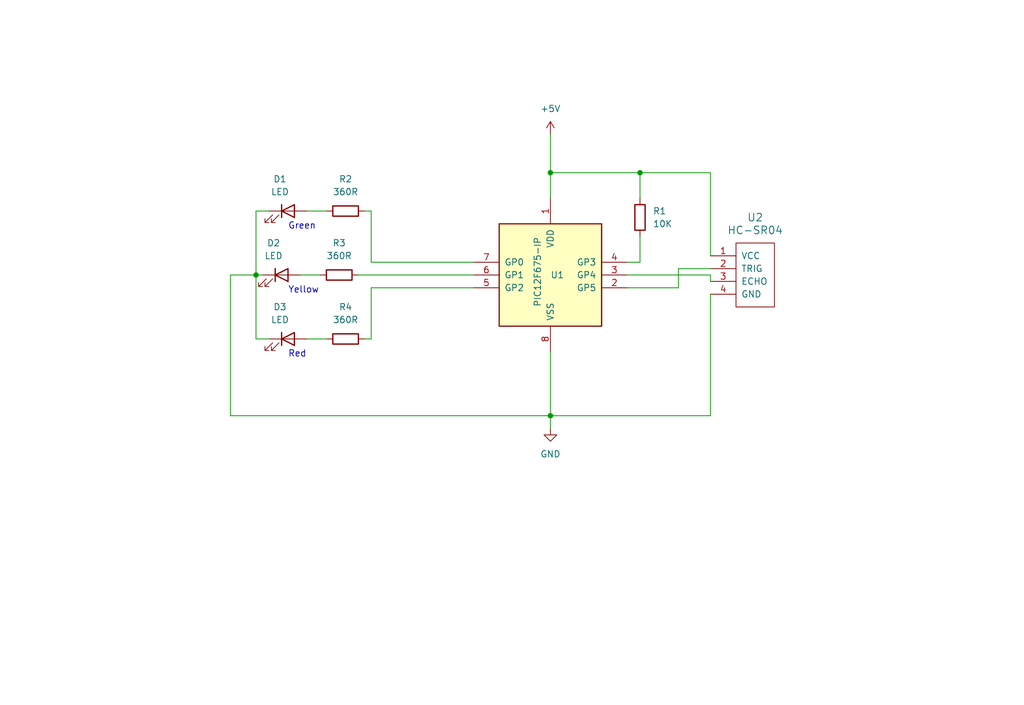
<source format=kicad_sch>
(kicad_sch (version 20230121) (generator eeschema)
  (paper "User" 203.2 140.005)
  (title_block (title "PIC12F675 and HC-S04") (company "Ricardo Lima Caratti") (comment 1 "Distance Indicator wirh HC-S04  and Three LEDs using the PIC12F675. "))
  (lib_symbols
    (symbol "Device:LED" (pin_numbers hide) (pin_names (offset 1.016) hide)
      (property "Reference" "D" (at 0 2.54 0))
      (property "Value" "LED" (at 0 -2.54 0))
      (symbol "LED_0_1"
        (polyline (pts (xy -1.27 -1.27) (xy -1.27 1.27)) (stroke (width 0.254)))
        (polyline (pts (xy -1.27 0) (xy 1.27 0)))
        (polyline (pts (xy 1.27 -1.27) (xy 1.27 1.27) (xy -1.27 0) (xy 1.27 -1.27)) (stroke (width 0.254)))
        (polyline (pts (xy -3.048 -0.762) (xy -4.572 -2.286) (xy -3.81 -2.286) (xy -4.572 -2.286) (xy -4.572 -1.524)))
        (polyline (pts (xy -1.778 -0.762) (xy -3.302 -2.286) (xy -2.54 -2.286) (xy -3.302 -2.286) (xy -3.302 -1.524)))
      )
      (symbol "LED_1_1"
        (pin passive line (at -3.81 0 0) (length 2.54) (name "K") (number "1"))
        (pin passive line (at 3.81 0 180) (length 2.54) (name "A") (number "2"))
      )
    )
    (symbol "Device:R" (pin_numbers hide) (pin_names (offset 0))
      (property "Reference" "R" (at 2.032 0 90))
      (property "Value" "R" (at 0 0 90))
      (symbol "R_0_1"
        (rectangle (start -1.016 -2.54) (end 1.016 2.54) (stroke (width 0.254)))
      )
      (symbol "R_1_1"
        (pin passive line (at 0 3.81 270) (length 1.27) (name "~") (number "1"))
        (pin passive line (at 0 -3.81 90) (length 1.27) (name "~") (number "2"))
      )
    )
    (symbol "MCU_Microchip_PIC12:PIC12F675-IP" (pin_names (offset 1.016))
      (property "Reference" "U" (at 1.27 13.97 0))
      (property "Value" "PIC12F675-IP" (at 1.27 11.43 0))
      (symbol "PIC12F675-IP_0_1"
        (rectangle (start 10.16 -10.16) (end -10.16 10.16) (stroke (width 0.254)) (fill (type background)))
      )
      (symbol "PIC12F675-IP_1_1"
        (pin power_in line (at 0 15.24 270) (length 5.08) (name "VDD") (number "1"))
        (pin bidirectional line (at 15.24 -2.54 180) (length 5.08) (name "GP5") (number "2"))
        (pin bidirectional line (at 15.24 0 180) (length 5.08) (name "GP4") (number "3"))
        (pin input line (at 15.24 2.54 180) (length 5.08) (name "GP3") (number "4"))
        (pin bidirectional line (at -15.24 -2.54 0) (length 5.08) (name "GP2") (number "5"))
        (pin bidirectional line (at -15.24 0 0) (length 5.08) (name "GP1") (number "6"))
        (pin bidirectional line (at -15.24 2.54 0) (length 5.08) (name "GP0") (number "7"))
        (pin power_in line (at 0 -15.24 90) (length 5.08) (name "VSS") (number "8"))
      )
    )
    (symbol "hc-sr04:HC-SR04" (pin_names (offset 1.016))
      (property "Reference" "U" (at -6.35 -7.62 0))
      (property "Value" "HC-SR04" (at -2.54 7.62 0))
      (symbol "HC-SR04_0_1"
        (rectangle (start 0 6.35) (end -7.62 -6.35))
      )
      (symbol "HC-SR04_1_1"
        (pin input line (at 5.08 3.81 180) (length 5.08) (name "VCC") (number "1"))
        (pin input line (at 5.08 1.27 180) (length 5.08) (name "TRIG") (number "2"))
        (pin input line (at 5.08 -1.27 180) (length 5.08) (name "ECHO") (number "3"))
        (pin input line (at 5.08 -3.81 180) (length 5.08) (name "GND") (number "4"))
      )
    )
    (symbol "power:+5V" (power) (pin_names (offset 0))
      (property "Value" "+5V" (at 0 3.556 0))
      (symbol "+5V_0_1"
        (polyline (pts (xy -0.762 1.27) (xy 0 2.54)))
        (polyline (pts (xy 0 0) (xy 0 2.54)))
        (polyline (pts (xy 0 2.54) (xy 0.762 1.27)))
      )
      (symbol "+5V_1_1"
        (pin power_in line (at 0 0 90) (length 0) hide (name "+5V") (number "1"))
      )
    )
    (symbol "power:GND" (power) (pin_names (offset 0))
      (property "Value" "GND" (at 0 -3.81 0))
      (symbol "GND_0_1"
        (polyline (pts (xy 0 0) (xy 0 -1.27) (xy 1.27 -1.27) (xy 0 -2.54) (xy -1.27 -1.27) (xy 0 -1.27)))
      )
      (symbol "GND_1_1"
        (pin power_in line (at 0 0 270) (length 0) hide (name "GND") (number "1"))
      )
    )
  )
  (junction (at 127 34.29))
  (junction (at 109.22 82.55))
  (junction (at 50.8 54.61))
  (junction (at 109.22 34.29))
  (wire (pts (xy 60.96 41.91) (xy 64.77 41.91)))
  (wire (pts (xy 60.96 67.31) (xy 64.77 67.31)))
  (wire (pts (xy 73.66 52.07) (xy 93.98 52.07)))
  (wire (pts (xy 109.22 82.55) (xy 109.22 85.09)))
  (wire (pts (xy 71.12 54.61) (xy 93.98 54.61)))
  (wire (pts (xy 140.97 82.55) (xy 109.22 82.55)))
  (wire (pts (xy 140.97 58.42) (xy 140.97 82.55)))
  (wire (pts (xy 50.8 54.61) (xy 52.07 54.61)))
  (wire (pts (xy 50.8 41.91) (xy 50.8 54.61)))
  (wire (pts (xy 127 46.99) (xy 127 52.07)))
  (wire (pts (xy 73.66 41.91) (xy 73.66 52.07)))
  (wire (pts (xy 109.22 26.67) (xy 109.22 34.29)))
  (wire (pts (xy 140.97 34.29) (xy 127 34.29)))
  (wire (pts (xy 45.72 54.61) (xy 50.8 54.61)))
  (wire (pts (xy 127 34.29) (xy 127 39.37)))
  (wire (pts (xy 73.66 57.15) (xy 93.98 57.15)))
  (wire (pts (xy 109.22 34.29) (xy 109.22 39.37)))
  (wire (pts (xy 53.34 41.91) (xy 50.8 41.91)))
  (wire (pts (xy 124.46 57.15) (xy 134.62 57.15)))
  (wire (pts (xy 109.22 82.55) (xy 45.72 82.55)))
  (wire (pts (xy 124.46 54.61) (xy 140.97 54.61)))
  (wire (pts (xy 45.72 82.55) (xy 45.72 54.61)))
  (wire (pts (xy 53.34 67.31) (xy 50.8 67.31)))
  (wire (pts (xy 140.97 53.34) (xy 134.62 53.34)))
  (wire (pts (xy 140.97 54.61) (xy 140.97 55.88)))
  (wire (pts (xy 50.8 54.61) (xy 50.8 67.31)))
  (wire (pts (xy 140.97 50.8) (xy 140.97 34.29)))
  (wire (pts (xy 72.39 41.91) (xy 73.66 41.91)))
  (wire (pts (xy 73.66 67.31) (xy 73.66 57.15)))
  (wire (pts (xy 109.22 69.85) (xy 109.22 82.55)))
  (wire (pts (xy 124.46 52.07) (xy 127 52.07)))
  (wire (pts (xy 127 34.29) (xy 109.22 34.29)))
  (wire (pts (xy 134.62 53.34) (xy 134.62 57.15)))
  (wire (pts (xy 72.39 67.31) (xy 73.66 67.31)))
  (wire (pts (xy 59.69 54.61) (xy 63.5 54.61)))
  (text "Green" (at 57.15 45.72 0) (effects (font (size 1.27 1.27)) (justify left bottom)))
  (text "Yellow" (at 57.15 58.42 0) (effects (font (size 1.27 1.27)) (justify left bottom)))
  (text "Red" (at 57.15 71.12 0) (effects (font (size 1.27 1.27)) (justify left bottom)))
  (symbol (lib_id "Device:LED") (at 57.15 67.31 0) (unit 1)
    (property "Reference" "D3" (at 55.5625 60.96 0))
    (property "Value" "LED" (at 55.5625 63.5 0))
  )
  (symbol (lib_id "power:+5V") (at 109.22 26.67 0) (unit 1)
    (property "Reference" "#PWR01" (effects hide))
    (property "Value" "+5V" (at 109.22 21.59 0))
  )
  (symbol (lib_id "hc-sr04:HC-SR04") (at 146.05 54.61 0) (mirror y) (unit 1)
    (property "Reference" "U2" (at 149.86 43.18 0) (effects (font (size 1.524 1.524))))
    (property "Value" "HC-SR04" (at 149.86 45.72 0) (effects (font (size 1.524 1.524))))
  )
  (symbol (lib_id "Device:R") (at 127 43.18 180) (unit 1)
    (property "Reference" "R1" (at 129.54 41.91 0) (effects (justify right)))
    (property "Value" "10K" (at 129.54 44.45 0) (effects (justify right)))
  )
  (symbol (lib_id "MCU_Microchip_PIC12:PIC12F675-IP") (at 109.22 54.61 0) (unit 1)
    (property "Reference" "U1" (at 109.22 54.61 0) (effects (justify left)))
    (property "Value" "PIC12F675-IP" (at 106.68 60.96 90) (effects (justify left)))
    (property "Footprint" "Package_DIP:DIP-8_W7.62mm" (effects hide))
    (property "Datasheet" "http://ww1.microchip.com/downloads/en/DeviceDoc/41190G.pdf" (effects hide))
  )
  (symbol (lib_id "Device:LED") (at 55.88 54.61 0) (unit 1)
    (property "Reference" "D2" (at 54.2925 48.26 0))
    (property "Value" "LED" (at 54.2925 50.8 0))
  )
  (symbol (lib_id "Device:R") (at 68.58 41.91 90) (unit 1)
    (property "Reference" "R2" (at 68.58 35.56 90))
    (property "Value" "360R" (at 68.58 38.1 90))
  )
  (symbol (lib_id "Device:R") (at 68.58 67.31 90) (unit 1)
    (property "Reference" "R4" (at 68.58 60.96 90))
    (property "Value" "360R" (at 68.58 63.5 90))
  )
  (symbol (lib_id "Device:LED") (at 57.15 41.91 0) (unit 1)
    (property "Reference" "D1" (at 55.5625 35.56 0))
    (property "Value" "LED" (at 55.5625 38.1 0))
  )
  (symbol (lib_id "power:GND") (at 109.22 85.09 0) (unit 1)
    (property "Reference" "#PWR02" (effects hide))
    (property "Value" "GND" (at 109.22 90.17 0))
  )
  (symbol (lib_id "Device:R") (at 67.31 54.61 90) (unit 1)
    (property "Reference" "R3" (at 67.31 48.26 90))
    (property "Value" "360R" (at 67.31 50.8 90))
  )
)
</source>
